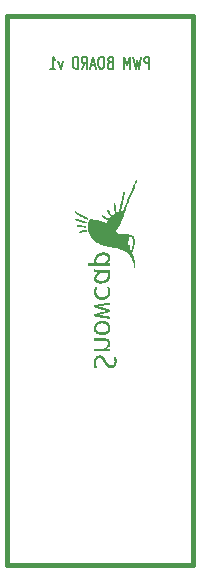
<source format=gbo>
G04 (created by PCBNEW-RS274X (2012-apr-16-27)-stable) date Sun 15 Dec 2013 09:24:04 PM EET*
G01*
G70*
G90*
%MOIN*%
G04 Gerber Fmt 3.4, Leading zero omitted, Abs format*
%FSLAX34Y34*%
G04 APERTURE LIST*
%ADD10C,0.006000*%
%ADD11C,0.007500*%
%ADD12C,0.015000*%
%ADD13C,0.000100*%
G04 APERTURE END LIST*
G54D10*
G54D11*
X29244Y-14162D02*
X29244Y-13762D01*
X29129Y-13762D01*
X29101Y-13781D01*
X29086Y-13800D01*
X29072Y-13838D01*
X29072Y-13895D01*
X29086Y-13933D01*
X29101Y-13952D01*
X29129Y-13971D01*
X29244Y-13971D01*
X28972Y-13762D02*
X28901Y-14162D01*
X28844Y-13876D01*
X28786Y-14162D01*
X28715Y-13762D01*
X28601Y-14162D02*
X28601Y-13762D01*
X28501Y-14048D01*
X28401Y-13762D01*
X28401Y-14162D01*
X27929Y-13952D02*
X27886Y-13971D01*
X27871Y-13990D01*
X27857Y-14029D01*
X27857Y-14086D01*
X27871Y-14124D01*
X27886Y-14143D01*
X27914Y-14162D01*
X28029Y-14162D01*
X28029Y-13762D01*
X27929Y-13762D01*
X27900Y-13781D01*
X27886Y-13800D01*
X27871Y-13838D01*
X27871Y-13876D01*
X27886Y-13914D01*
X27900Y-13933D01*
X27929Y-13952D01*
X28029Y-13952D01*
X27671Y-13762D02*
X27614Y-13762D01*
X27586Y-13781D01*
X27557Y-13819D01*
X27543Y-13895D01*
X27543Y-14029D01*
X27557Y-14105D01*
X27586Y-14143D01*
X27614Y-14162D01*
X27671Y-14162D01*
X27700Y-14143D01*
X27729Y-14105D01*
X27743Y-14029D01*
X27743Y-13895D01*
X27729Y-13819D01*
X27700Y-13781D01*
X27671Y-13762D01*
X27429Y-14048D02*
X27286Y-14048D01*
X27457Y-14162D02*
X27357Y-13762D01*
X27257Y-14162D01*
X26986Y-14162D02*
X27086Y-13971D01*
X27158Y-14162D02*
X27158Y-13762D01*
X27043Y-13762D01*
X27015Y-13781D01*
X27000Y-13800D01*
X26986Y-13838D01*
X26986Y-13895D01*
X27000Y-13933D01*
X27015Y-13952D01*
X27043Y-13971D01*
X27158Y-13971D01*
X26858Y-14162D02*
X26858Y-13762D01*
X26786Y-13762D01*
X26743Y-13781D01*
X26715Y-13819D01*
X26700Y-13857D01*
X26686Y-13933D01*
X26686Y-13990D01*
X26700Y-14067D01*
X26715Y-14105D01*
X26743Y-14143D01*
X26786Y-14162D01*
X26858Y-14162D01*
X26357Y-13895D02*
X26286Y-14162D01*
X26214Y-13895D01*
X25942Y-14162D02*
X26114Y-14162D01*
X26028Y-14162D02*
X26028Y-13762D01*
X26057Y-13819D01*
X26085Y-13857D01*
X26114Y-13876D01*
G54D12*
X24500Y-12400D02*
X24500Y-30700D01*
X30700Y-12400D02*
X24500Y-12400D01*
X30700Y-30700D02*
X30700Y-12400D01*
X24500Y-30700D02*
X30700Y-30700D01*
G54D13*
G36*
X27178Y-19188D02*
X27171Y-19186D01*
X27159Y-19182D01*
X27142Y-19176D01*
X27123Y-19167D01*
X27101Y-19157D01*
X27076Y-19145D01*
X27051Y-19132D01*
X27025Y-19119D01*
X26998Y-19105D01*
X26973Y-19091D01*
X26949Y-19078D01*
X26931Y-19067D01*
X26907Y-19053D01*
X26883Y-19038D01*
X26859Y-19022D01*
X26835Y-19006D01*
X26814Y-18991D01*
X26794Y-18977D01*
X26778Y-18965D01*
X26765Y-18955D01*
X26758Y-18948D01*
X26751Y-18937D01*
X26750Y-18925D01*
X26752Y-18916D01*
X26757Y-18909D01*
X26764Y-18903D01*
X26772Y-18899D01*
X26781Y-18899D01*
X26791Y-18902D01*
X26805Y-18910D01*
X26820Y-18921D01*
X26874Y-18959D01*
X26932Y-18997D01*
X26993Y-19033D01*
X27056Y-19067D01*
X27119Y-19098D01*
X27146Y-19111D01*
X27163Y-19118D01*
X27177Y-19125D01*
X27189Y-19131D01*
X27198Y-19136D01*
X27200Y-19138D01*
X27207Y-19148D01*
X27209Y-19159D01*
X27207Y-19170D01*
X27200Y-19180D01*
X27189Y-19186D01*
X27178Y-19188D01*
X27178Y-19188D01*
X27178Y-19188D01*
G37*
G36*
X27137Y-19319D02*
X27130Y-19318D01*
X27124Y-19317D01*
X27114Y-19314D01*
X27099Y-19309D01*
X27080Y-19304D01*
X27058Y-19297D01*
X27033Y-19289D01*
X27006Y-19281D01*
X26979Y-19273D01*
X26951Y-19265D01*
X26923Y-19256D01*
X26897Y-19248D01*
X26872Y-19240D01*
X26849Y-19233D01*
X26830Y-19227D01*
X26815Y-19223D01*
X26804Y-19219D01*
X26799Y-19217D01*
X26786Y-19211D01*
X26778Y-19201D01*
X26776Y-19189D01*
X26776Y-19187D01*
X26778Y-19175D01*
X26783Y-19167D01*
X26793Y-19161D01*
X26803Y-19159D01*
X26808Y-19160D01*
X26818Y-19163D01*
X26833Y-19167D01*
X26851Y-19172D01*
X26873Y-19179D01*
X26898Y-19186D01*
X26925Y-19194D01*
X26952Y-19202D01*
X26981Y-19210D01*
X27009Y-19219D01*
X27036Y-19227D01*
X27062Y-19235D01*
X27086Y-19242D01*
X27106Y-19249D01*
X27123Y-19255D01*
X27136Y-19259D01*
X27144Y-19262D01*
X27145Y-19262D01*
X27156Y-19270D01*
X27162Y-19280D01*
X27163Y-19292D01*
X27160Y-19303D01*
X27151Y-19313D01*
X27145Y-19317D01*
X27137Y-19319D01*
X27137Y-19319D01*
X27137Y-19319D01*
G37*
G36*
X27112Y-19457D02*
X27103Y-19456D01*
X27090Y-19455D01*
X27073Y-19454D01*
X27051Y-19452D01*
X27025Y-19449D01*
X26999Y-19446D01*
X26971Y-19443D01*
X26945Y-19441D01*
X26922Y-19438D01*
X26901Y-19436D01*
X26884Y-19434D01*
X26872Y-19433D01*
X26865Y-19432D01*
X26864Y-19432D01*
X26855Y-19428D01*
X26846Y-19422D01*
X26845Y-19421D01*
X26837Y-19410D01*
X26836Y-19399D01*
X26841Y-19387D01*
X26844Y-19383D01*
X26847Y-19380D01*
X26850Y-19378D01*
X26853Y-19376D01*
X26858Y-19374D01*
X26864Y-19374D01*
X26872Y-19374D01*
X26884Y-19374D01*
X26898Y-19375D01*
X26917Y-19377D01*
X26940Y-19379D01*
X26969Y-19382D01*
X27002Y-19385D01*
X27009Y-19386D01*
X27043Y-19390D01*
X27071Y-19393D01*
X27094Y-19396D01*
X27112Y-19398D01*
X27125Y-19400D01*
X27133Y-19402D01*
X27137Y-19404D01*
X27137Y-19404D01*
X27146Y-19413D01*
X27150Y-19424D01*
X27149Y-19436D01*
X27143Y-19446D01*
X27135Y-19453D01*
X27132Y-19455D01*
X27129Y-19456D01*
X27125Y-19456D01*
X27120Y-19457D01*
X27112Y-19457D01*
X27112Y-19457D01*
X27112Y-19457D01*
G37*
G36*
X26923Y-19644D02*
X26919Y-19643D01*
X26908Y-19638D01*
X26900Y-19630D01*
X26896Y-19618D01*
X26896Y-19607D01*
X26900Y-19598D01*
X26908Y-19591D01*
X26922Y-19582D01*
X26940Y-19573D01*
X26962Y-19565D01*
X26987Y-19558D01*
X26990Y-19557D01*
X27009Y-19552D01*
X27031Y-19548D01*
X27056Y-19544D01*
X27080Y-19541D01*
X27103Y-19539D01*
X27121Y-19538D01*
X27125Y-19538D01*
X27138Y-19538D01*
X27147Y-19539D01*
X27152Y-19540D01*
X27157Y-19544D01*
X27160Y-19547D01*
X27168Y-19558D01*
X27170Y-19570D01*
X27165Y-19583D01*
X27162Y-19587D01*
X27159Y-19591D01*
X27154Y-19593D01*
X27148Y-19595D01*
X27138Y-19596D01*
X27123Y-19598D01*
X27122Y-19598D01*
X27078Y-19602D01*
X27040Y-19608D01*
X27007Y-19615D01*
X26978Y-19624D01*
X26953Y-19634D01*
X26940Y-19640D01*
X26930Y-19643D01*
X26923Y-19644D01*
X26923Y-19644D01*
X26923Y-19644D01*
G37*
G36*
X28768Y-20902D02*
X28765Y-20902D01*
X28763Y-20899D01*
X28762Y-20893D01*
X28761Y-20883D01*
X28760Y-20872D01*
X28758Y-20841D01*
X28755Y-20813D01*
X28751Y-20787D01*
X28746Y-20761D01*
X28740Y-20734D01*
X28732Y-20704D01*
X28723Y-20670D01*
X28717Y-20650D01*
X28704Y-20612D01*
X28689Y-20571D01*
X28672Y-20529D01*
X28653Y-20488D01*
X28633Y-20448D01*
X28613Y-20411D01*
X28593Y-20377D01*
X28574Y-20348D01*
X28572Y-20346D01*
X28566Y-20339D01*
X28555Y-20329D01*
X28541Y-20318D01*
X28523Y-20305D01*
X28504Y-20291D01*
X28485Y-20278D01*
X28474Y-20270D01*
X28621Y-20270D01*
X28633Y-20240D01*
X28642Y-20214D01*
X28652Y-20183D01*
X28662Y-20150D01*
X28672Y-20116D01*
X28680Y-20082D01*
X28687Y-20051D01*
X28693Y-20023D01*
X28694Y-20015D01*
X28696Y-19996D01*
X28698Y-19973D01*
X28699Y-19949D01*
X28699Y-19923D01*
X28699Y-19899D01*
X28698Y-19876D01*
X28696Y-19858D01*
X28694Y-19847D01*
X28688Y-19825D01*
X28679Y-19804D01*
X28669Y-19785D01*
X28657Y-19771D01*
X28642Y-19759D01*
X28620Y-19751D01*
X28602Y-19747D01*
X28589Y-19745D01*
X28580Y-19763D01*
X28576Y-19771D01*
X28574Y-19778D01*
X28573Y-19785D01*
X28572Y-19794D01*
X28573Y-19807D01*
X28573Y-19816D01*
X28575Y-19834D01*
X28577Y-19854D01*
X28579Y-19871D01*
X28580Y-19879D01*
X28582Y-19892D01*
X28583Y-19902D01*
X28584Y-19908D01*
X28583Y-19909D01*
X28582Y-19908D01*
X28582Y-19907D01*
X28579Y-19903D01*
X28572Y-19899D01*
X28564Y-19895D01*
X28557Y-19894D01*
X28557Y-19894D01*
X28548Y-19897D01*
X28540Y-19904D01*
X28532Y-19914D01*
X28529Y-19921D01*
X28526Y-19936D01*
X28526Y-19955D01*
X28528Y-19975D01*
X28533Y-19994D01*
X28535Y-19999D01*
X28541Y-20010D01*
X28547Y-20017D01*
X28554Y-20021D01*
X28555Y-20021D01*
X28566Y-20024D01*
X28577Y-20021D01*
X28586Y-20013D01*
X28589Y-20010D01*
X28597Y-19999D01*
X28597Y-20024D01*
X28598Y-20038D01*
X28599Y-20056D01*
X28600Y-20079D01*
X28603Y-20105D01*
X28605Y-20132D01*
X28608Y-20160D01*
X28610Y-20187D01*
X28613Y-20212D01*
X28616Y-20235D01*
X28619Y-20254D01*
X28619Y-20255D01*
X28621Y-20270D01*
X28474Y-20270D01*
X28465Y-20264D01*
X28447Y-20252D01*
X28430Y-20242D01*
X28416Y-20235D01*
X28416Y-20235D01*
X28380Y-20217D01*
X28344Y-20202D01*
X28308Y-20187D01*
X28271Y-20174D01*
X28232Y-20162D01*
X28191Y-20151D01*
X28146Y-20140D01*
X28098Y-20130D01*
X28045Y-20120D01*
X27988Y-20110D01*
X27937Y-20102D01*
X27895Y-20095D01*
X27859Y-20089D01*
X27827Y-20083D01*
X27800Y-20077D01*
X27774Y-20072D01*
X27751Y-20066D01*
X27730Y-20059D01*
X27708Y-20052D01*
X27687Y-20044D01*
X27677Y-20040D01*
X27629Y-20020D01*
X27585Y-20000D01*
X27545Y-19979D01*
X27509Y-19957D01*
X27474Y-19932D01*
X27441Y-19905D01*
X27407Y-19874D01*
X27377Y-19844D01*
X27339Y-19802D01*
X27307Y-19761D01*
X27279Y-19719D01*
X27255Y-19675D01*
X27241Y-19646D01*
X27230Y-19621D01*
X27222Y-19599D01*
X27215Y-19578D01*
X27210Y-19558D01*
X27206Y-19536D01*
X27203Y-19511D01*
X27200Y-19482D01*
X27197Y-19438D01*
X27195Y-19400D01*
X27196Y-19366D01*
X27199Y-19339D01*
X27200Y-19336D01*
X27203Y-19317D01*
X27208Y-19297D01*
X27213Y-19277D01*
X27218Y-19258D01*
X27224Y-19242D01*
X27228Y-19229D01*
X27231Y-19224D01*
X27238Y-19215D01*
X27247Y-19204D01*
X27253Y-19197D01*
X27268Y-19183D01*
X27301Y-19182D01*
X27353Y-19182D01*
X27408Y-19187D01*
X27466Y-19195D01*
X27526Y-19206D01*
X27587Y-19221D01*
X27647Y-19239D01*
X27707Y-19259D01*
X27765Y-19282D01*
X27782Y-19290D01*
X27800Y-19298D01*
X27825Y-19257D01*
X27834Y-19243D01*
X27841Y-19231D01*
X27847Y-19221D01*
X27850Y-19216D01*
X27850Y-19215D01*
X27848Y-19213D01*
X27841Y-19208D01*
X27829Y-19201D01*
X27814Y-19192D01*
X27797Y-19181D01*
X27777Y-19169D01*
X27766Y-19162D01*
X27745Y-19149D01*
X27725Y-19137D01*
X27707Y-19125D01*
X27692Y-19115D01*
X27680Y-19107D01*
X27673Y-19102D01*
X27672Y-19101D01*
X27663Y-19090D01*
X27661Y-19078D01*
X27666Y-19067D01*
X27670Y-19061D01*
X27675Y-19057D01*
X27679Y-19053D01*
X27684Y-19052D01*
X27690Y-19052D01*
X27698Y-19053D01*
X27707Y-19057D01*
X27720Y-19064D01*
X27736Y-19073D01*
X27756Y-19085D01*
X27781Y-19100D01*
X27793Y-19107D01*
X27814Y-19120D01*
X27834Y-19132D01*
X27851Y-19143D01*
X27865Y-19151D01*
X27876Y-19157D01*
X27882Y-19161D01*
X27883Y-19162D01*
X27888Y-19155D01*
X27896Y-19145D01*
X27906Y-19133D01*
X27917Y-19121D01*
X27927Y-19110D01*
X27933Y-19104D01*
X27942Y-19095D01*
X27950Y-19088D01*
X27954Y-19083D01*
X27954Y-19082D01*
X27953Y-19079D01*
X27948Y-19072D01*
X27941Y-19060D01*
X27931Y-19045D01*
X27919Y-19027D01*
X27906Y-19007D01*
X27893Y-18987D01*
X27876Y-18961D01*
X27861Y-18939D01*
X27850Y-18921D01*
X27842Y-18907D01*
X27836Y-18896D01*
X27833Y-18887D01*
X27831Y-18881D01*
X27832Y-18875D01*
X27834Y-18871D01*
X27838Y-18866D01*
X27841Y-18863D01*
X27852Y-18855D01*
X27864Y-18854D01*
X27876Y-18859D01*
X27876Y-18859D01*
X27880Y-18863D01*
X27887Y-18872D01*
X27896Y-18884D01*
X27907Y-18900D01*
X27920Y-18918D01*
X27934Y-18939D01*
X27946Y-18956D01*
X28006Y-19048D01*
X28049Y-19024D01*
X28064Y-19015D01*
X28077Y-19008D01*
X28087Y-19002D01*
X28093Y-18999D01*
X28094Y-18998D01*
X28094Y-18995D01*
X28093Y-18986D01*
X28092Y-18972D01*
X28090Y-18953D01*
X28087Y-18931D01*
X28084Y-18905D01*
X28081Y-18876D01*
X28077Y-18846D01*
X28074Y-18830D01*
X28070Y-18798D01*
X28066Y-18767D01*
X28063Y-18739D01*
X28059Y-18714D01*
X28057Y-18692D01*
X28055Y-18674D01*
X28053Y-18661D01*
X28052Y-18653D01*
X28052Y-18652D01*
X28055Y-18639D01*
X28063Y-18630D01*
X28075Y-18625D01*
X28077Y-18625D01*
X28091Y-18625D01*
X28102Y-18631D01*
X28108Y-18642D01*
X28109Y-18646D01*
X28111Y-18656D01*
X28113Y-18670D01*
X28116Y-18689D01*
X28119Y-18711D01*
X28123Y-18735D01*
X28126Y-18762D01*
X28130Y-18789D01*
X28134Y-18817D01*
X28138Y-18844D01*
X28141Y-18871D01*
X28145Y-18895D01*
X28147Y-18917D01*
X28150Y-18936D01*
X28152Y-18950D01*
X28153Y-18960D01*
X28153Y-18964D01*
X28153Y-18966D01*
X28154Y-18967D01*
X28157Y-18966D01*
X28163Y-18965D01*
X28173Y-18961D01*
X28187Y-18956D01*
X28196Y-18953D01*
X28227Y-18942D01*
X28298Y-18614D01*
X28308Y-18569D01*
X28317Y-18526D01*
X28326Y-18485D01*
X28335Y-18446D01*
X28343Y-18411D01*
X28350Y-18379D01*
X28356Y-18350D01*
X28362Y-18325D01*
X28366Y-18305D01*
X28370Y-18290D01*
X28372Y-18281D01*
X28374Y-18277D01*
X28381Y-18267D01*
X28391Y-18262D01*
X28399Y-18261D01*
X28412Y-18264D01*
X28421Y-18272D01*
X28426Y-18283D01*
X28427Y-18291D01*
X28427Y-18296D01*
X28425Y-18306D01*
X28422Y-18322D01*
X28417Y-18343D01*
X28412Y-18368D01*
X28406Y-18397D01*
X28399Y-18430D01*
X28392Y-18466D01*
X28384Y-18504D01*
X28375Y-18545D01*
X28366Y-18587D01*
X28360Y-18614D01*
X28351Y-18657D01*
X28342Y-18699D01*
X28333Y-18738D01*
X28325Y-18775D01*
X28318Y-18808D01*
X28312Y-18838D01*
X28306Y-18865D01*
X28301Y-18887D01*
X28297Y-18905D01*
X28295Y-18917D01*
X28293Y-18924D01*
X28293Y-18925D01*
X28296Y-18925D01*
X28305Y-18924D01*
X28316Y-18923D01*
X28331Y-18921D01*
X28331Y-18921D01*
X28347Y-18918D01*
X28358Y-18916D01*
X28365Y-18914D01*
X28369Y-18912D01*
X28371Y-18909D01*
X28373Y-18904D01*
X28376Y-18895D01*
X28382Y-18881D01*
X28388Y-18863D01*
X28396Y-18843D01*
X28405Y-18820D01*
X28411Y-18805D01*
X28433Y-18747D01*
X28458Y-18685D01*
X28484Y-18619D01*
X28511Y-18550D01*
X28540Y-18479D01*
X28569Y-18407D01*
X28598Y-18335D01*
X28627Y-18264D01*
X28655Y-18195D01*
X28659Y-18187D01*
X28673Y-18152D01*
X28688Y-18117D01*
X28702Y-18082D01*
X28716Y-18049D01*
X28728Y-18019D01*
X28740Y-17991D01*
X28750Y-17967D01*
X28758Y-17947D01*
X28764Y-17932D01*
X28765Y-17930D01*
X28773Y-17911D01*
X28780Y-17894D01*
X28787Y-17879D01*
X28792Y-17868D01*
X28796Y-17862D01*
X28796Y-17861D01*
X28806Y-17854D01*
X28817Y-17852D01*
X28829Y-17854D01*
X28839Y-17860D01*
X28846Y-17869D01*
X28846Y-17870D01*
X28847Y-17874D01*
X28848Y-17878D01*
X28848Y-17882D01*
X28846Y-17887D01*
X28844Y-17895D01*
X28840Y-17905D01*
X28835Y-17919D01*
X28827Y-17937D01*
X28818Y-17960D01*
X28815Y-17968D01*
X28782Y-18047D01*
X28750Y-18124D01*
X28719Y-18199D01*
X28689Y-18272D01*
X28660Y-18343D01*
X28633Y-18411D01*
X28606Y-18476D01*
X28581Y-18539D01*
X28558Y-18597D01*
X28536Y-18653D01*
X28515Y-18704D01*
X28496Y-18752D01*
X28480Y-18795D01*
X28465Y-18834D01*
X28452Y-18868D01*
X28441Y-18897D01*
X28432Y-18921D01*
X28426Y-18940D01*
X28422Y-18951D01*
X28416Y-18972D01*
X28407Y-18998D01*
X28397Y-19028D01*
X28386Y-19059D01*
X28373Y-19092D01*
X28361Y-19126D01*
X28348Y-19158D01*
X28336Y-19188D01*
X28324Y-19216D01*
X28324Y-19216D01*
X28308Y-19253D01*
X28289Y-19291D01*
X28270Y-19330D01*
X28250Y-19369D01*
X28229Y-19406D01*
X28209Y-19442D01*
X28190Y-19475D01*
X28171Y-19504D01*
X28154Y-19528D01*
X28144Y-19541D01*
X28130Y-19560D01*
X28155Y-19592D01*
X28167Y-19608D01*
X28177Y-19620D01*
X28184Y-19629D01*
X28190Y-19635D01*
X28195Y-19639D01*
X28200Y-19643D01*
X28204Y-19645D01*
X28216Y-19650D01*
X28229Y-19655D01*
X28245Y-19659D01*
X28263Y-19663D01*
X28285Y-19666D01*
X28310Y-19669D01*
X28340Y-19671D01*
X28374Y-19674D01*
X28414Y-19676D01*
X28459Y-19678D01*
X28460Y-19678D01*
X28499Y-19680D01*
X28531Y-19681D01*
X28559Y-19683D01*
X28582Y-19685D01*
X28601Y-19687D01*
X28617Y-19689D01*
X28631Y-19692D01*
X28643Y-19694D01*
X28653Y-19698D01*
X28654Y-19698D01*
X28680Y-19711D01*
X28702Y-19730D01*
X28721Y-19753D01*
X28736Y-19782D01*
X28748Y-19815D01*
X28756Y-19853D01*
X28758Y-19870D01*
X28760Y-19893D01*
X28761Y-19920D01*
X28760Y-19950D01*
X28758Y-19980D01*
X28756Y-20009D01*
X28753Y-20026D01*
X28749Y-20053D01*
X28742Y-20084D01*
X28734Y-20117D01*
X28725Y-20152D01*
X28715Y-20187D01*
X28705Y-20219D01*
X28695Y-20248D01*
X28690Y-20260D01*
X28685Y-20273D01*
X28681Y-20284D01*
X28678Y-20292D01*
X28677Y-20295D01*
X28678Y-20299D01*
X28681Y-20309D01*
X28685Y-20321D01*
X28691Y-20336D01*
X28693Y-20340D01*
X28709Y-20379D01*
X28722Y-20419D01*
X28734Y-20459D01*
X28744Y-20500D01*
X28753Y-20544D01*
X28760Y-20591D01*
X28766Y-20642D01*
X28770Y-20697D01*
X28773Y-20757D01*
X28775Y-20784D01*
X28776Y-20815D01*
X28776Y-20840D01*
X28777Y-20860D01*
X28776Y-20875D01*
X28776Y-20887D01*
X28775Y-20894D01*
X28773Y-20899D01*
X28771Y-20902D01*
X28768Y-20902D01*
X28768Y-20902D01*
X28768Y-20902D01*
G37*
G36*
X27211Y-20735D02*
X27211Y-20691D01*
X27211Y-20647D01*
X27312Y-20647D01*
X27413Y-20647D01*
X27489Y-20647D01*
X27602Y-20647D01*
X27716Y-20647D01*
X27746Y-20627D01*
X27776Y-20605D01*
X27801Y-20583D01*
X27823Y-20559D01*
X27840Y-20536D01*
X27853Y-20513D01*
X27860Y-20490D01*
X27862Y-20469D01*
X27862Y-20466D01*
X27857Y-20445D01*
X27847Y-20427D01*
X27831Y-20411D01*
X27811Y-20398D01*
X27786Y-20388D01*
X27758Y-20381D01*
X27725Y-20377D01*
X27693Y-20377D01*
X27655Y-20380D01*
X27621Y-20387D01*
X27592Y-20397D01*
X27565Y-20412D01*
X27541Y-20430D01*
X27530Y-20440D01*
X27512Y-20460D01*
X27498Y-20480D01*
X27489Y-20500D01*
X27483Y-20517D01*
X27481Y-20532D01*
X27479Y-20551D01*
X27479Y-20573D01*
X27480Y-20595D01*
X27483Y-20616D01*
X27484Y-20619D01*
X27489Y-20647D01*
X27413Y-20647D01*
X27411Y-20638D01*
X27410Y-20628D01*
X27409Y-20613D01*
X27408Y-20594D01*
X27407Y-20574D01*
X27407Y-20554D01*
X27407Y-20534D01*
X27408Y-20517D01*
X27409Y-20504D01*
X27409Y-20500D01*
X27419Y-20463D01*
X27435Y-20428D01*
X27456Y-20397D01*
X27482Y-20368D01*
X27514Y-20343D01*
X27552Y-20321D01*
X27556Y-20318D01*
X27591Y-20303D01*
X27627Y-20293D01*
X27667Y-20286D01*
X27710Y-20283D01*
X27721Y-20283D01*
X27752Y-20284D01*
X27779Y-20286D01*
X27802Y-20291D01*
X27824Y-20297D01*
X27846Y-20307D01*
X27849Y-20308D01*
X27865Y-20317D01*
X27878Y-20325D01*
X27890Y-20335D01*
X27899Y-20345D01*
X27918Y-20368D01*
X27932Y-20391D01*
X27940Y-20414D01*
X27944Y-20440D01*
X27944Y-20441D01*
X27944Y-20464D01*
X27941Y-20485D01*
X27935Y-20506D01*
X27925Y-20530D01*
X27921Y-20537D01*
X27900Y-20571D01*
X27873Y-20602D01*
X27845Y-20627D01*
X27819Y-20647D01*
X27875Y-20648D01*
X27931Y-20649D01*
X27932Y-20692D01*
X27933Y-20735D01*
X27572Y-20735D01*
X27211Y-20735D01*
X27211Y-20735D01*
X27211Y-20735D01*
G37*
G36*
X27516Y-24152D02*
X27471Y-24151D01*
X27427Y-24150D01*
X27416Y-24117D01*
X27407Y-24086D01*
X27400Y-24059D01*
X27396Y-24032D01*
X27393Y-24004D01*
X27392Y-23980D01*
X27392Y-23961D01*
X27392Y-23942D01*
X27392Y-23925D01*
X27393Y-23912D01*
X27394Y-23909D01*
X27401Y-23869D01*
X27413Y-23833D01*
X27429Y-23801D01*
X27450Y-23774D01*
X27475Y-23751D01*
X27505Y-23733D01*
X27506Y-23732D01*
X27529Y-23723D01*
X27552Y-23717D01*
X27578Y-23714D01*
X27595Y-23714D01*
X27628Y-23716D01*
X27658Y-23724D01*
X27687Y-23737D01*
X27714Y-23757D01*
X27725Y-23767D01*
X27734Y-23775D01*
X27742Y-23784D01*
X27750Y-23793D01*
X27758Y-23805D01*
X27768Y-23820D01*
X27780Y-23837D01*
X27793Y-23859D01*
X27809Y-23885D01*
X27813Y-23892D01*
X27833Y-23926D01*
X27851Y-23954D01*
X27867Y-23978D01*
X27881Y-23998D01*
X27894Y-24014D01*
X27906Y-24026D01*
X27918Y-24035D01*
X27930Y-24042D01*
X27942Y-24046D01*
X27955Y-24048D01*
X27969Y-24049D01*
X27973Y-24049D01*
X27995Y-24048D01*
X28013Y-24043D01*
X28029Y-24035D01*
X28044Y-24021D01*
X28061Y-24000D01*
X28074Y-23974D01*
X28081Y-23945D01*
X28083Y-23912D01*
X28082Y-23898D01*
X28077Y-23853D01*
X28068Y-23811D01*
X28062Y-23791D01*
X28058Y-23779D01*
X28056Y-23769D01*
X28055Y-23763D01*
X28055Y-23762D01*
X28058Y-23762D01*
X28067Y-23761D01*
X28079Y-23761D01*
X28094Y-23761D01*
X28131Y-23761D01*
X28134Y-23770D01*
X28140Y-23789D01*
X28146Y-23813D01*
X28150Y-23841D01*
X28153Y-23870D01*
X28154Y-23899D01*
X28154Y-23926D01*
X28153Y-23947D01*
X28149Y-23982D01*
X28142Y-24012D01*
X28132Y-24037D01*
X28120Y-24060D01*
X28103Y-24081D01*
X28094Y-24091D01*
X28070Y-24112D01*
X28043Y-24127D01*
X28013Y-24138D01*
X27981Y-24143D01*
X27962Y-24143D01*
X27929Y-24140D01*
X27898Y-24132D01*
X27868Y-24117D01*
X27840Y-24096D01*
X27830Y-24086D01*
X27819Y-24075D01*
X27810Y-24064D01*
X27800Y-24052D01*
X27790Y-24038D01*
X27779Y-24021D01*
X27766Y-24000D01*
X27751Y-23974D01*
X27750Y-23970D01*
X27729Y-23935D01*
X27710Y-23904D01*
X27692Y-23879D01*
X27676Y-23858D01*
X27661Y-23841D01*
X27646Y-23828D01*
X27632Y-23819D01*
X27617Y-23812D01*
X27601Y-23808D01*
X27590Y-23806D01*
X27566Y-23807D01*
X27543Y-23813D01*
X27521Y-23824D01*
X27502Y-23839D01*
X27500Y-23841D01*
X27489Y-23856D01*
X27479Y-23876D01*
X27471Y-23899D01*
X27465Y-23924D01*
X27463Y-23948D01*
X27463Y-23952D01*
X27465Y-23980D01*
X27469Y-24012D01*
X27477Y-24045D01*
X27487Y-24080D01*
X27499Y-24113D01*
X27503Y-24123D01*
X27516Y-24152D01*
X27516Y-24152D01*
X27516Y-24152D01*
G37*
G36*
X27639Y-21323D02*
X27595Y-21322D01*
X27552Y-21316D01*
X27545Y-21315D01*
X27530Y-21311D01*
X27515Y-21307D01*
X27502Y-21302D01*
X27501Y-21302D01*
X27474Y-21286D01*
X27450Y-21267D01*
X27429Y-21243D01*
X27420Y-21229D01*
X27633Y-21229D01*
X27658Y-21228D01*
X27682Y-21226D01*
X27703Y-21223D01*
X27713Y-21221D01*
X27744Y-21212D01*
X27771Y-21200D01*
X27794Y-21184D01*
X27813Y-21167D01*
X27834Y-21143D01*
X27849Y-21119D01*
X27859Y-21093D01*
X27865Y-21064D01*
X27865Y-21032D01*
X27865Y-21028D01*
X27864Y-21012D01*
X27862Y-20996D01*
X27860Y-20983D01*
X27859Y-20978D01*
X27855Y-20961D01*
X27741Y-20960D01*
X27628Y-20959D01*
X27598Y-20979D01*
X27579Y-20992D01*
X27559Y-21009D01*
X27540Y-21027D01*
X27523Y-21044D01*
X27509Y-21061D01*
X27507Y-21064D01*
X27493Y-21089D01*
X27484Y-21113D01*
X27482Y-21135D01*
X27485Y-21156D01*
X27491Y-21169D01*
X27506Y-21188D01*
X27526Y-21204D01*
X27551Y-21216D01*
X27571Y-21223D01*
X27588Y-21226D01*
X27609Y-21228D01*
X27633Y-21229D01*
X27420Y-21229D01*
X27413Y-21217D01*
X27410Y-21212D01*
X27406Y-21202D01*
X27404Y-21193D01*
X27401Y-21181D01*
X27399Y-21166D01*
X27399Y-21161D01*
X27398Y-21153D01*
X27399Y-21142D01*
X27400Y-21135D01*
X27407Y-21106D01*
X27419Y-21077D01*
X27435Y-21048D01*
X27455Y-21021D01*
X27478Y-20996D01*
X27502Y-20976D01*
X27507Y-20973D01*
X27516Y-20967D01*
X27523Y-20962D01*
X27526Y-20959D01*
X27526Y-20959D01*
X27523Y-20958D01*
X27515Y-20956D01*
X27504Y-20955D01*
X27501Y-20955D01*
X27487Y-20953D01*
X27469Y-20951D01*
X27452Y-20949D01*
X27445Y-20948D01*
X27412Y-20942D01*
X27412Y-20897D01*
X27412Y-20879D01*
X27413Y-20867D01*
X27413Y-20859D01*
X27414Y-20855D01*
X27416Y-20853D01*
X27418Y-20853D01*
X27418Y-20853D01*
X27429Y-20856D01*
X27441Y-20859D01*
X27453Y-20862D01*
X27466Y-20864D01*
X27481Y-20866D01*
X27498Y-20867D01*
X27518Y-20868D01*
X27541Y-20869D01*
X27568Y-20870D01*
X27598Y-20870D01*
X27634Y-20871D01*
X27675Y-20871D01*
X27721Y-20871D01*
X27729Y-20871D01*
X27932Y-20871D01*
X27934Y-20943D01*
X27935Y-20979D01*
X27936Y-21011D01*
X27937Y-21037D01*
X27937Y-21059D01*
X27936Y-21077D01*
X27936Y-21093D01*
X27934Y-21105D01*
X27932Y-21116D01*
X27930Y-21126D01*
X27930Y-21127D01*
X27922Y-21151D01*
X27912Y-21172D01*
X27900Y-21193D01*
X27889Y-21207D01*
X27864Y-21235D01*
X27834Y-21260D01*
X27800Y-21281D01*
X27763Y-21298D01*
X27723Y-21311D01*
X27682Y-21319D01*
X27639Y-21323D01*
X27639Y-21323D01*
X27639Y-21323D01*
G37*
G36*
X27695Y-21865D02*
X27651Y-21864D01*
X27640Y-21863D01*
X27598Y-21856D01*
X27559Y-21844D01*
X27523Y-21826D01*
X27491Y-21803D01*
X27467Y-21781D01*
X27442Y-21750D01*
X27423Y-21716D01*
X27410Y-21679D01*
X27401Y-21639D01*
X27399Y-21595D01*
X27400Y-21562D01*
X27406Y-21514D01*
X27418Y-21464D01*
X27419Y-21458D01*
X27427Y-21433D01*
X27469Y-21432D01*
X27486Y-21432D01*
X27497Y-21432D01*
X27505Y-21433D01*
X27508Y-21434D01*
X27509Y-21435D01*
X27509Y-21437D01*
X27505Y-21447D01*
X27501Y-21462D01*
X27496Y-21479D01*
X27491Y-21497D01*
X27486Y-21513D01*
X27483Y-21527D01*
X27481Y-21535D01*
X27480Y-21551D01*
X27479Y-21571D01*
X27479Y-21592D01*
X27480Y-21614D01*
X27482Y-21633D01*
X27485Y-21649D01*
X27487Y-21656D01*
X27500Y-21683D01*
X27518Y-21707D01*
X27540Y-21727D01*
X27569Y-21744D01*
X27578Y-21749D01*
X27603Y-21759D01*
X27626Y-21766D01*
X27650Y-21769D01*
X27676Y-21770D01*
X27713Y-21768D01*
X27747Y-21760D01*
X27778Y-21748D01*
X27805Y-21732D01*
X27829Y-21712D01*
X27847Y-21688D01*
X27862Y-21660D01*
X27868Y-21641D01*
X27871Y-21624D01*
X27872Y-21603D01*
X27872Y-21580D01*
X27871Y-21557D01*
X27868Y-21537D01*
X27868Y-21537D01*
X27864Y-21524D01*
X27860Y-21507D01*
X27854Y-21489D01*
X27850Y-21478D01*
X27845Y-21463D01*
X27840Y-21451D01*
X27837Y-21442D01*
X27836Y-21437D01*
X27835Y-21435D01*
X27837Y-21434D01*
X27842Y-21432D01*
X27850Y-21432D01*
X27862Y-21432D01*
X27875Y-21432D01*
X27916Y-21432D01*
X27923Y-21455D01*
X27932Y-21492D01*
X27939Y-21529D01*
X27943Y-21565D01*
X27945Y-21600D01*
X27944Y-21632D01*
X27941Y-21655D01*
X27930Y-21692D01*
X27916Y-21726D01*
X27895Y-21757D01*
X27876Y-21779D01*
X27845Y-21808D01*
X27812Y-21830D01*
X27775Y-21847D01*
X27736Y-21859D01*
X27695Y-21865D01*
X27695Y-21865D01*
X27695Y-21865D01*
G37*
G36*
X27671Y-23040D02*
X27650Y-23040D01*
X27633Y-23040D01*
X27621Y-23039D01*
X27610Y-23038D01*
X27599Y-23035D01*
X27587Y-23033D01*
X27586Y-23032D01*
X27547Y-23019D01*
X27512Y-23001D01*
X27481Y-22979D01*
X27454Y-22953D01*
X27449Y-22948D01*
X27448Y-22946D01*
X27672Y-22946D01*
X27694Y-22946D01*
X27710Y-22946D01*
X27723Y-22945D01*
X27733Y-22944D01*
X27743Y-22942D01*
X27752Y-22939D01*
X27754Y-22939D01*
X27787Y-22927D01*
X27814Y-22911D01*
X27837Y-22892D01*
X27854Y-22869D01*
X27861Y-22857D01*
X27866Y-22846D01*
X27869Y-22835D01*
X27871Y-22824D01*
X27872Y-22809D01*
X27872Y-22806D01*
X27871Y-22776D01*
X27866Y-22750D01*
X27855Y-22726D01*
X27840Y-22706D01*
X27828Y-22695D01*
X27805Y-22678D01*
X27778Y-22664D01*
X27746Y-22655D01*
X27711Y-22649D01*
X27674Y-22647D01*
X27639Y-22648D01*
X27601Y-22654D01*
X27568Y-22664D01*
X27539Y-22678D01*
X27515Y-22695D01*
X27496Y-22716D01*
X27483Y-22739D01*
X27474Y-22762D01*
X27470Y-22786D01*
X27471Y-22812D01*
X27472Y-22822D01*
X27480Y-22850D01*
X27493Y-22874D01*
X27511Y-22896D01*
X27535Y-22914D01*
X27551Y-22924D01*
X27568Y-22931D01*
X27583Y-22937D01*
X27597Y-22941D01*
X27613Y-22944D01*
X27631Y-22945D01*
X27654Y-22946D01*
X27672Y-22946D01*
X27448Y-22946D01*
X27431Y-22922D01*
X27416Y-22891D01*
X27405Y-22857D01*
X27399Y-22821D01*
X27398Y-22784D01*
X27400Y-22766D01*
X27407Y-22729D01*
X27419Y-22695D01*
X27437Y-22663D01*
X27460Y-22635D01*
X27487Y-22610D01*
X27519Y-22590D01*
X27554Y-22573D01*
X27593Y-22561D01*
X27601Y-22560D01*
X27614Y-22557D01*
X27626Y-22555D01*
X27639Y-22554D01*
X27655Y-22554D01*
X27674Y-22554D01*
X27683Y-22555D01*
X27707Y-22556D01*
X27727Y-22557D01*
X27744Y-22559D01*
X27759Y-22563D01*
X27775Y-22568D01*
X27794Y-22574D01*
X27795Y-22575D01*
X27823Y-22588D01*
X27850Y-22606D01*
X27875Y-22627D01*
X27898Y-22650D01*
X27914Y-22674D01*
X27927Y-22698D01*
X27935Y-22722D01*
X27941Y-22749D01*
X27944Y-22779D01*
X27944Y-22786D01*
X27944Y-22822D01*
X27940Y-22854D01*
X27932Y-22883D01*
X27921Y-22910D01*
X27912Y-22925D01*
X27890Y-22954D01*
X27863Y-22979D01*
X27833Y-23001D01*
X27798Y-23018D01*
X27761Y-23032D01*
X27754Y-23034D01*
X27742Y-23036D01*
X27731Y-23038D01*
X27719Y-23039D01*
X27705Y-23040D01*
X27687Y-23040D01*
X27671Y-23040D01*
X27671Y-23040D01*
X27671Y-23040D01*
G37*
G36*
X27932Y-22504D02*
X27924Y-22502D01*
X27919Y-22501D01*
X27909Y-22500D01*
X27894Y-22497D01*
X27874Y-22494D01*
X27849Y-22490D01*
X27821Y-22485D01*
X27790Y-22480D01*
X27755Y-22475D01*
X27719Y-22469D01*
X27681Y-22462D01*
X27671Y-22461D01*
X27632Y-22454D01*
X27595Y-22449D01*
X27561Y-22443D01*
X27529Y-22438D01*
X27500Y-22433D01*
X27475Y-22429D01*
X27453Y-22425D01*
X27437Y-22423D01*
X27426Y-22421D01*
X27420Y-22420D01*
X27419Y-22420D01*
X27417Y-22419D01*
X27415Y-22417D01*
X27413Y-22413D01*
X27413Y-22406D01*
X27412Y-22395D01*
X27412Y-22379D01*
X27412Y-22376D01*
X27412Y-22334D01*
X27580Y-22291D01*
X27613Y-22283D01*
X27645Y-22275D01*
X27675Y-22267D01*
X27704Y-22260D01*
X27729Y-22254D01*
X27751Y-22248D01*
X27768Y-22244D01*
X27780Y-22242D01*
X27783Y-22241D01*
X27798Y-22238D01*
X27809Y-22235D01*
X27816Y-22234D01*
X27819Y-22232D01*
X27816Y-22231D01*
X27808Y-22229D01*
X27797Y-22226D01*
X27783Y-22223D01*
X27774Y-22221D01*
X27758Y-22217D01*
X27739Y-22212D01*
X27715Y-22205D01*
X27688Y-22197D01*
X27659Y-22189D01*
X27628Y-22180D01*
X27595Y-22170D01*
X27581Y-22166D01*
X27414Y-22116D01*
X27413Y-22076D01*
X27412Y-22035D01*
X27670Y-21993D01*
X27709Y-21987D01*
X27747Y-21981D01*
X27783Y-21975D01*
X27815Y-21970D01*
X27845Y-21965D01*
X27871Y-21961D01*
X27893Y-21958D01*
X27910Y-21955D01*
X27922Y-21953D01*
X27929Y-21952D01*
X27930Y-21952D01*
X27931Y-21955D01*
X27932Y-21962D01*
X27932Y-21973D01*
X27932Y-21985D01*
X27932Y-21998D01*
X27932Y-22008D01*
X27931Y-22015D01*
X27930Y-22018D01*
X27926Y-22018D01*
X27917Y-22020D01*
X27903Y-22022D01*
X27885Y-22025D01*
X27864Y-22028D01*
X27840Y-22032D01*
X27819Y-22035D01*
X27789Y-22040D01*
X27757Y-22045D01*
X27725Y-22050D01*
X27694Y-22055D01*
X27666Y-22059D01*
X27643Y-22063D01*
X27636Y-22064D01*
X27615Y-22067D01*
X27595Y-22070D01*
X27578Y-22073D01*
X27565Y-22075D01*
X27557Y-22076D01*
X27554Y-22077D01*
X27553Y-22078D01*
X27556Y-22080D01*
X27564Y-22082D01*
X27578Y-22086D01*
X27586Y-22088D01*
X27597Y-22090D01*
X27613Y-22095D01*
X27634Y-22100D01*
X27658Y-22107D01*
X27685Y-22115D01*
X27715Y-22123D01*
X27746Y-22132D01*
X27777Y-22142D01*
X27778Y-22142D01*
X27931Y-22187D01*
X27931Y-22226D01*
X27931Y-22265D01*
X27772Y-22307D01*
X27740Y-22315D01*
X27709Y-22323D01*
X27680Y-22331D01*
X27652Y-22337D01*
X27628Y-22343D01*
X27608Y-22348D01*
X27592Y-22352D01*
X27582Y-22354D01*
X27580Y-22354D01*
X27567Y-22356D01*
X27557Y-22358D01*
X27550Y-22360D01*
X27549Y-22360D01*
X27552Y-22362D01*
X27561Y-22363D01*
X27575Y-22366D01*
X27595Y-22370D01*
X27620Y-22374D01*
X27652Y-22379D01*
X27689Y-22385D01*
X27732Y-22392D01*
X27772Y-22398D01*
X27802Y-22402D01*
X27831Y-22407D01*
X27857Y-22411D01*
X27880Y-22415D01*
X27899Y-22418D01*
X27914Y-22420D01*
X27924Y-22422D01*
X27928Y-22423D01*
X27928Y-22423D01*
X27930Y-22426D01*
X27931Y-22433D01*
X27932Y-22444D01*
X27932Y-22462D01*
X27932Y-22464D01*
X27932Y-22504D01*
X27932Y-22504D01*
X27932Y-22504D01*
G37*
G36*
X27412Y-23581D02*
X27412Y-23539D01*
X27412Y-23496D01*
X27564Y-23496D01*
X27715Y-23496D01*
X27734Y-23485D01*
X27762Y-23467D01*
X27788Y-23446D01*
X27810Y-23423D01*
X27830Y-23400D01*
X27846Y-23376D01*
X27857Y-23352D01*
X27864Y-23329D01*
X27866Y-23308D01*
X27866Y-23307D01*
X27861Y-23287D01*
X27850Y-23270D01*
X27835Y-23256D01*
X27817Y-23245D01*
X27802Y-23241D01*
X27794Y-23240D01*
X27781Y-23239D01*
X27762Y-23238D01*
X27737Y-23237D01*
X27706Y-23237D01*
X27669Y-23236D01*
X27627Y-23236D01*
X27599Y-23235D01*
X27412Y-23234D01*
X27412Y-23192D01*
X27412Y-23149D01*
X27585Y-23149D01*
X27631Y-23150D01*
X27672Y-23150D01*
X27707Y-23150D01*
X27738Y-23151D01*
X27764Y-23152D01*
X27786Y-23153D01*
X27805Y-23154D01*
X27821Y-23156D01*
X27835Y-23158D01*
X27846Y-23161D01*
X27856Y-23165D01*
X27866Y-23168D01*
X27873Y-23172D01*
X27894Y-23186D01*
X27912Y-23205D01*
X27927Y-23227D01*
X27937Y-23253D01*
X27944Y-23280D01*
X27945Y-23300D01*
X27942Y-23332D01*
X27933Y-23363D01*
X27918Y-23395D01*
X27898Y-23425D01*
X27892Y-23432D01*
X27883Y-23443D01*
X27873Y-23452D01*
X27863Y-23462D01*
X27849Y-23473D01*
X27832Y-23487D01*
X27831Y-23487D01*
X27821Y-23496D01*
X27876Y-23496D01*
X27932Y-23496D01*
X27932Y-23539D01*
X27932Y-23581D01*
X27672Y-23581D01*
X27412Y-23581D01*
X27412Y-23581D01*
X27412Y-23581D01*
G37*
M02*

</source>
